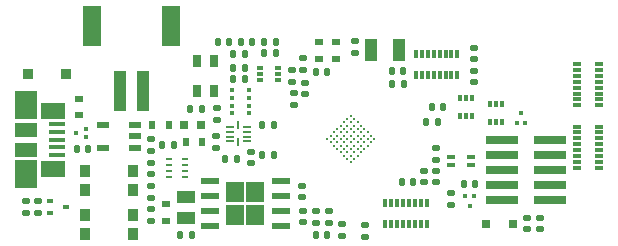
<source format=gbr>
G04 #@! TF.GenerationSoftware,KiCad,Pcbnew,(6.0.7)*
G04 #@! TF.CreationDate,2022-09-05T10:31:39-04:00*
G04 #@! TF.ProjectId,quickfeather-board,71756963-6b66-4656-9174-6865722d626f,rev?*
G04 #@! TF.SameCoordinates,Original*
G04 #@! TF.FileFunction,Paste,Top*
G04 #@! TF.FilePolarity,Positive*
%FSLAX46Y46*%
G04 Gerber Fmt 4.6, Leading zero omitted, Abs format (unit mm)*
G04 Created by KiCad (PCBNEW (6.0.7)) date 2022-09-05 10:31:39*
%MOMM*%
%LPD*%
G01*
G04 APERTURE LIST*
G04 Aperture macros list*
%AMRoundRect*
0 Rectangle with rounded corners*
0 $1 Rounding radius*
0 $2 $3 $4 $5 $6 $7 $8 $9 X,Y pos of 4 corners*
0 Add a 4 corners polygon primitive as box body*
4,1,4,$2,$3,$4,$5,$6,$7,$8,$9,$2,$3,0*
0 Add four circle primitives for the rounded corners*
1,1,$1+$1,$2,$3*
1,1,$1+$1,$4,$5*
1,1,$1+$1,$6,$7*
1,1,$1+$1,$8,$9*
0 Add four rect primitives between the rounded corners*
20,1,$1+$1,$2,$3,$4,$5,0*
20,1,$1+$1,$4,$5,$6,$7,0*
20,1,$1+$1,$6,$7,$8,$9,0*
20,1,$1+$1,$8,$9,$2,$3,0*%
G04 Aperture macros list end*
%ADD10R,1.050000X0.600000*%
%ADD11R,0.900000X0.950000*%
%ADD12RoundRect,0.147500X-0.172500X0.147500X-0.172500X-0.147500X0.172500X-0.147500X0.172500X0.147500X0*%
%ADD13R,0.800000X0.800000*%
%ADD14R,1.100000X1.900000*%
%ADD15RoundRect,0.147500X-0.147500X-0.172500X0.147500X-0.172500X0.147500X0.172500X-0.147500X0.172500X0*%
%ADD16RoundRect,0.147500X0.172500X-0.147500X0.172500X0.147500X-0.172500X0.147500X-0.172500X-0.147500X0*%
%ADD17RoundRect,0.147500X0.147500X0.172500X-0.147500X0.172500X-0.147500X-0.172500X0.147500X-0.172500X0*%
%ADD18R,0.300000X0.300000*%
%ADD19R,0.800000X0.600000*%
%ADD20R,1.500000X3.400000*%
%ADD21R,1.000000X3.500000*%
%ADD22R,2.790000X0.740000*%
%ADD23R,0.900000X1.000000*%
%ADD24R,0.350000X0.350000*%
%ADD25R,1.600000X1.100000*%
%ADD26R,0.550000X0.250000*%
%ADD27R,0.600000X0.800000*%
%ADD28R,0.650000X0.250000*%
%ADD29R,0.250000X0.650000*%
%ADD30R,0.600000X0.300000*%
%ADD31R,0.300000X0.600000*%
%ADD32R,0.300000X0.800000*%
%ADD33R,0.800000X0.300000*%
%ADD34R,0.750000X0.450000*%
%ADD35R,0.800000X1.000000*%
%ADD36R,1.500000X0.500000*%
%ADD37R,1.500000X1.800000*%
%ADD38R,0.510000X0.400000*%
%ADD39R,1.380000X0.450000*%
%ADD40R,1.900000X2.375000*%
%ADD41R,1.900000X1.175000*%
%ADD42R,2.100000X1.475000*%
%ADD43C,0.240000*%
G04 APERTURE END LIST*
D10*
X134085300Y-105676700D03*
X134085300Y-104726700D03*
X134085300Y-103776700D03*
X131385300Y-103776700D03*
X131385300Y-105676700D03*
D11*
X128175000Y-99426700D03*
X125025000Y-99426700D03*
D12*
X135400000Y-104975000D03*
X135400000Y-105945000D03*
D13*
X139680000Y-103730000D03*
X138180000Y-103730000D03*
D14*
X154025000Y-97430000D03*
X156435000Y-97430000D03*
D15*
X155805000Y-99210000D03*
X156775000Y-99210000D03*
D16*
X148430000Y-101135000D03*
X148430000Y-100165000D03*
D15*
X137885000Y-113110000D03*
X138855000Y-113110000D03*
D12*
X150470300Y-111066700D03*
X150470300Y-112036700D03*
X148220000Y-108895000D03*
X148220000Y-109865000D03*
X148250000Y-111035000D03*
X148250000Y-112005000D03*
D17*
X145796000Y-103723000D03*
X144826000Y-103723000D03*
D16*
X148300000Y-99085000D03*
X148300000Y-98115000D03*
X140980000Y-103330000D03*
X140980000Y-102360000D03*
D18*
X129875000Y-104800000D03*
X129875000Y-104100000D03*
X129025000Y-104450000D03*
D17*
X130110300Y-105826700D03*
X129140300Y-105826700D03*
D15*
X145005000Y-97670000D03*
X145975000Y-97670000D03*
D16*
X152660000Y-97635000D03*
X152660000Y-96665000D03*
D17*
X150325000Y-99230000D03*
X149355000Y-99230000D03*
D15*
X158715000Y-103520000D03*
X159685000Y-103520000D03*
D19*
X149650000Y-98150000D03*
X149650000Y-96750000D03*
D17*
X145800000Y-106320000D03*
X144830000Y-106320000D03*
D19*
X151040000Y-98150000D03*
X151040000Y-96750000D03*
D15*
X156625000Y-108590000D03*
X157595000Y-108590000D03*
D12*
X162720000Y-99185000D03*
X162720000Y-100155000D03*
D20*
X130419100Y-95350000D03*
X137119100Y-95350000D03*
D21*
X132769100Y-100900000D03*
X134769100Y-100900000D03*
D17*
X139685000Y-102420000D03*
X138715000Y-102420000D03*
D22*
X169195000Y-110083600D03*
X165125000Y-110083600D03*
X169195000Y-108813600D03*
X165125000Y-108813600D03*
X169195000Y-107543600D03*
X165125000Y-107543600D03*
X169195000Y-106273600D03*
X165125000Y-106273600D03*
X169195000Y-105003600D03*
X165125000Y-105003600D03*
D17*
X162875000Y-108740000D03*
X161905000Y-108740000D03*
X143355000Y-97790000D03*
X142385000Y-97790000D03*
D12*
X159570000Y-105725000D03*
X159570000Y-106695000D03*
D23*
X133880000Y-107650000D03*
X133880000Y-109250000D03*
X129780000Y-107650000D03*
X129780000Y-109250000D03*
D15*
X142385000Y-99850000D03*
X143355000Y-99850000D03*
D24*
X143675000Y-100810000D03*
X143675000Y-101460000D03*
X143675000Y-102110000D03*
X143675000Y-102760000D03*
X142225000Y-102760000D03*
X142225000Y-102110000D03*
X142225000Y-101460000D03*
X142225000Y-100810000D03*
D25*
X138380000Y-109830000D03*
X138380000Y-111630000D03*
D16*
X135390000Y-107935000D03*
X135390000Y-106965000D03*
D26*
X136935000Y-106650000D03*
X136935000Y-107150000D03*
X136935000Y-107650000D03*
X136935000Y-108150000D03*
X138285000Y-108150000D03*
X138285000Y-107650000D03*
X138285000Y-107150000D03*
X138285000Y-106650000D03*
D16*
X135380000Y-111865000D03*
X135380000Y-110895000D03*
X135400000Y-109925000D03*
X135400000Y-108955000D03*
D27*
X139750000Y-105200000D03*
X138350000Y-105200000D03*
D19*
X136680000Y-111880000D03*
X136680000Y-110480000D03*
X129290000Y-102930000D03*
X129290000Y-101530000D03*
D17*
X143345000Y-98900000D03*
X142375000Y-98900000D03*
D16*
X147480000Y-102055000D03*
X147480000Y-101085000D03*
D18*
X166400000Y-103565000D03*
X167100000Y-103565000D03*
X166750000Y-102715000D03*
D27*
X135490000Y-103720000D03*
X136890000Y-103720000D03*
D12*
X149360000Y-111055000D03*
X149360000Y-112025000D03*
D16*
X159560000Y-108625000D03*
X159560000Y-107655000D03*
D12*
X168380000Y-111615000D03*
X168380000Y-112585000D03*
X124800000Y-110205000D03*
X124800000Y-111175000D03*
X158520000Y-107645000D03*
X158520000Y-108615000D03*
D28*
X143500000Y-105145000D03*
X143500000Y-104750000D03*
X143500000Y-104350000D03*
X143500000Y-103950000D03*
D29*
X142800000Y-103800000D03*
D28*
X142100000Y-103950000D03*
X142100000Y-104350000D03*
X142100000Y-104750000D03*
X142100000Y-105145000D03*
D29*
X142800000Y-105240000D03*
D16*
X140901000Y-105678000D03*
X140901000Y-104708000D03*
X143841000Y-106978000D03*
X143841000Y-106008000D03*
D15*
X141696000Y-106623000D03*
X142666000Y-106623000D03*
D16*
X167270300Y-112586700D03*
X167270300Y-111616700D03*
D23*
X133880000Y-111350000D03*
X133880000Y-112950000D03*
X129780000Y-111350000D03*
X129780000Y-112950000D03*
D30*
X146130000Y-99940000D03*
X146130000Y-99440000D03*
X146130000Y-98940000D03*
X144630000Y-98940000D03*
X144630000Y-99440000D03*
X144630000Y-99940000D03*
D31*
X164140000Y-103510000D03*
X164640000Y-103510000D03*
X165140000Y-103510000D03*
X165140000Y-102010000D03*
X164640000Y-102010000D03*
X164140000Y-102010000D03*
X161590000Y-102980000D03*
X162090000Y-102980000D03*
X162590000Y-102980000D03*
X162590000Y-101480000D03*
X162090000Y-101480000D03*
X161590000Y-101480000D03*
D16*
X162730000Y-98185000D03*
X162730000Y-97215000D03*
D17*
X145955000Y-96750000D03*
X144985000Y-96750000D03*
D15*
X143015000Y-96740000D03*
X143985000Y-96740000D03*
D17*
X142025000Y-96750000D03*
X141055000Y-96750000D03*
D32*
X155240000Y-112160000D03*
X155740000Y-112160000D03*
X156240000Y-112160000D03*
X156740000Y-112160000D03*
X157240000Y-112160000D03*
X157740000Y-112160000D03*
X158240000Y-112160000D03*
X158740000Y-112160000D03*
X158740000Y-110360000D03*
X158240000Y-110360000D03*
X157740000Y-110360000D03*
X157240000Y-110360000D03*
X156740000Y-110360000D03*
X156240000Y-110360000D03*
X155740000Y-110360000D03*
X155240000Y-110360000D03*
D33*
X171511000Y-98593000D03*
X171511000Y-99093000D03*
X171511000Y-99593000D03*
X171511000Y-100093000D03*
X171511000Y-100593000D03*
X171511000Y-101093000D03*
X171511000Y-101593000D03*
X171511000Y-102093000D03*
X173311000Y-102093000D03*
X173311000Y-101593000D03*
X173311000Y-101093000D03*
X173311000Y-100593000D03*
X173311000Y-100093000D03*
X173311000Y-99593000D03*
X173311000Y-99093000D03*
X173311000Y-98593000D03*
D34*
X160840000Y-107170000D03*
X160840000Y-106470000D03*
X162540000Y-107170000D03*
X162540000Y-106460000D03*
D17*
X156815000Y-100260000D03*
X155845000Y-100260000D03*
X160135000Y-102250000D03*
X159165000Y-102250000D03*
D18*
X162730000Y-109745000D03*
X162030000Y-109745000D03*
X162380000Y-110595000D03*
D35*
X140700000Y-98380000D03*
X140700000Y-100880000D03*
X139300000Y-100880000D03*
X139300000Y-98380000D03*
D32*
X157850000Y-99540000D03*
X158350000Y-99540000D03*
X158850000Y-99540000D03*
X159350000Y-99540000D03*
X159850000Y-99540000D03*
X160350000Y-99540000D03*
X160850000Y-99540000D03*
X161350000Y-99540000D03*
X161350000Y-97740000D03*
X160850000Y-97740000D03*
X160350000Y-97740000D03*
X159850000Y-97740000D03*
X159350000Y-97740000D03*
X158850000Y-97740000D03*
X158350000Y-97740000D03*
X157850000Y-97740000D03*
D16*
X160850000Y-110515000D03*
X160850000Y-109545000D03*
D12*
X147350000Y-99125000D03*
X147350000Y-100095000D03*
D13*
X163770300Y-112151700D03*
X166020300Y-112151700D03*
D33*
X171511000Y-103893000D03*
X171511000Y-104393000D03*
X171511000Y-104893000D03*
X171511000Y-105393000D03*
X171511000Y-105893000D03*
X171511000Y-106393000D03*
X171511000Y-106893000D03*
X171511000Y-107393000D03*
X173311000Y-107393000D03*
X173311000Y-106893000D03*
X173311000Y-106393000D03*
X173311000Y-105893000D03*
X173311000Y-105393000D03*
X173311000Y-104893000D03*
X173311000Y-104393000D03*
X173311000Y-103893000D03*
D36*
X140400000Y-108495000D03*
X140400000Y-109765000D03*
X140400000Y-111035000D03*
X140400000Y-112305000D03*
X146400000Y-112305000D03*
X146400000Y-111035000D03*
X146400000Y-109765000D03*
X146400000Y-108495000D03*
D37*
X144250000Y-109400000D03*
X142550000Y-109400000D03*
X144250000Y-111400000D03*
X142550000Y-111400000D03*
D12*
X125870300Y-110216700D03*
X125870300Y-111186700D03*
D38*
X126895300Y-110201700D03*
X126895300Y-111201700D03*
X128195300Y-110701700D03*
D15*
X136360300Y-105426700D03*
X137330300Y-105426700D03*
D39*
X127480000Y-103703600D03*
X127480000Y-104353600D03*
X127480000Y-105003600D03*
X127480000Y-105653600D03*
X127480000Y-106303600D03*
D40*
X124820000Y-107916100D03*
D41*
X124820000Y-104166100D03*
X124820000Y-105841100D03*
D40*
X124820000Y-102091100D03*
D42*
X127120000Y-102541100D03*
X127120000Y-107466100D03*
D17*
X150330300Y-113101700D03*
X149360300Y-113101700D03*
D12*
X153495300Y-112241700D03*
X153495300Y-113211700D03*
X151570300Y-112166700D03*
X151570300Y-113136700D03*
D43*
X150347401Y-104948700D03*
X150630244Y-104665857D03*
X150913086Y-104383015D03*
X151195929Y-104100172D03*
X151478772Y-103817329D03*
X151761615Y-103534486D03*
X152044457Y-103251644D03*
X152327300Y-102968801D03*
X150630244Y-105231543D03*
X150913086Y-104948700D03*
X151195929Y-104665857D03*
X151478772Y-104383015D03*
X151761615Y-104100172D03*
X152044457Y-103817329D03*
X152327300Y-103534486D03*
X152610143Y-103251644D03*
X150913086Y-105514385D03*
X151195929Y-105231543D03*
X151478772Y-104948700D03*
X151761615Y-104665857D03*
X152044457Y-104383015D03*
X152327300Y-104100172D03*
X152610143Y-103817329D03*
X152892985Y-103534486D03*
X151195929Y-105797228D03*
X151478772Y-105514385D03*
X151761615Y-105231543D03*
X152044457Y-104948700D03*
X152327300Y-104665857D03*
X152610143Y-104383015D03*
X152892985Y-104100172D03*
X153175828Y-103817329D03*
X151478772Y-106080071D03*
X151761615Y-105797228D03*
X152044457Y-105514385D03*
X152327300Y-105231543D03*
X152610143Y-104948700D03*
X152892985Y-104665857D03*
X153175828Y-104383015D03*
X153458671Y-104100172D03*
X151761615Y-106362914D03*
X152044457Y-106080071D03*
X152327300Y-105797228D03*
X152610143Y-105514385D03*
X152892985Y-105231543D03*
X153175828Y-104948700D03*
X153458671Y-104665857D03*
X153741514Y-104383015D03*
X152044457Y-106645756D03*
X152327300Y-106362914D03*
X152610143Y-106080071D03*
X152892985Y-105797228D03*
X153175828Y-105514385D03*
X153458671Y-105231543D03*
X153741514Y-104948700D03*
X154024356Y-104665857D03*
X152327300Y-106928599D03*
X152610143Y-106645756D03*
X152892985Y-106362914D03*
X153175828Y-106080071D03*
X153458671Y-105797228D03*
X153741514Y-105514385D03*
X154024356Y-105231543D03*
X154307199Y-104948700D03*
M02*

</source>
